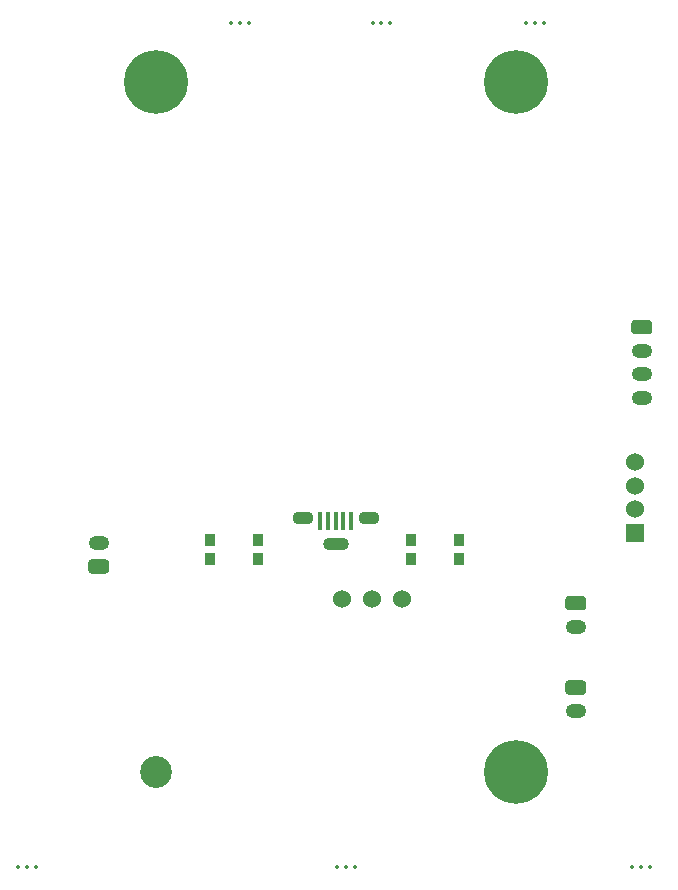
<source format=gbs>
%TF.GenerationSoftware,KiCad,Pcbnew,(5.1.8)-1*%
%TF.CreationDate,2021-01-16T15:44:13-05:00*%
%TF.ProjectId,uratt,75726174-742e-46b6-9963-61645f706362,rev?*%
%TF.SameCoordinates,Original*%
%TF.FileFunction,Soldermask,Bot*%
%TF.FilePolarity,Negative*%
%FSLAX46Y46*%
G04 Gerber Fmt 4.6, Leading zero omitted, Abs format (unit mm)*
G04 Created by KiCad (PCBNEW (5.1.8)-1) date 2021-01-16 15:44:13*
%MOMM*%
%LPD*%
G01*
G04 APERTURE LIST*
%ADD10C,0.350000*%
%ADD11C,5.400000*%
%ADD12C,3.100000*%
%ADD13C,1.524000*%
%ADD14R,1.524000X1.524000*%
%ADD15O,2.200000X1.100000*%
%ADD16O,1.800000X1.100000*%
%ADD17R,0.450000X1.500000*%
%ADD18C,2.700000*%
%ADD19O,1.750000X1.200000*%
%ADD20R,0.900000X1.000000*%
G04 APERTURE END LIST*
D10*
%TO.C,BK1*%
X48750000Y-22580001D03*
X47250000Y-22580001D03*
X48000000Y-22580001D03*
%TD*%
%TO.C,BK6*%
X81250000Y-94000000D03*
X82750000Y-94000000D03*
X82000000Y-94000000D03*
%TD*%
%TO.C,BK5*%
X56250000Y-94000000D03*
X57750000Y-94000000D03*
X57000000Y-94000000D03*
%TD*%
%TO.C,BK4*%
X29250000Y-94000000D03*
X30750000Y-94000000D03*
X30000000Y-94000000D03*
%TD*%
%TO.C,BK3*%
X60750000Y-22580001D03*
X59250000Y-22580001D03*
X60000000Y-22580001D03*
%TD*%
%TO.C,BK2*%
X73750000Y-22580001D03*
X72250000Y-22580001D03*
X73000000Y-22580001D03*
%TD*%
D11*
%TO.C,H4*%
X71386000Y-86000001D03*
D12*
X71386000Y-86000001D03*
%TD*%
D11*
%TO.C,H2*%
X71386000Y-27580001D03*
D12*
X71386000Y-27580001D03*
%TD*%
D11*
%TO.C,H1*%
X40906000Y-27580001D03*
D12*
X40906000Y-27580001D03*
%TD*%
D13*
%TO.C,J5*%
X81500000Y-59750000D03*
X81500000Y-61750000D03*
X81500000Y-63750000D03*
D14*
X81500000Y-65750000D03*
%TD*%
D13*
%TO.C,SW3*%
X56642000Y-71374000D03*
X59182000Y-71374000D03*
X61722000Y-71374000D03*
%TD*%
D15*
%TO.C,J1*%
X56134000Y-66665001D03*
D16*
X53334000Y-64515001D03*
X58934000Y-64515001D03*
D17*
X57434000Y-64765001D03*
X54834000Y-64765001D03*
X56784000Y-64765001D03*
X55484000Y-64765001D03*
X56134000Y-64765001D03*
%TD*%
D18*
%TO.C,H3*%
X40905999Y-86000001D03*
%TD*%
D19*
%TO.C,J8*%
X36068000Y-66580000D03*
G36*
G01*
X36693001Y-69180000D02*
X35442999Y-69180000D01*
G75*
G02*
X35193000Y-68930001I0J249999D01*
G01*
X35193000Y-68229999D01*
G75*
G02*
X35442999Y-67980000I249999J0D01*
G01*
X36693001Y-67980000D01*
G75*
G02*
X36943000Y-68229999I0J-249999D01*
G01*
X36943000Y-68930001D01*
G75*
G02*
X36693001Y-69180000I-249999J0D01*
G01*
G37*
%TD*%
%TO.C,J7*%
X76454000Y-73686001D03*
G36*
G01*
X75828999Y-71086001D02*
X77079001Y-71086001D01*
G75*
G02*
X77329000Y-71336000I0J-249999D01*
G01*
X77329000Y-72036002D01*
G75*
G02*
X77079001Y-72286001I-249999J0D01*
G01*
X75828999Y-72286001D01*
G75*
G02*
X75579000Y-72036002I0J249999D01*
G01*
X75579000Y-71336000D01*
G75*
G02*
X75828999Y-71086001I249999J0D01*
G01*
G37*
%TD*%
%TO.C,J6*%
X76454000Y-80830001D03*
G36*
G01*
X75828999Y-78230001D02*
X77079001Y-78230001D01*
G75*
G02*
X77329000Y-78480000I0J-249999D01*
G01*
X77329000Y-79180002D01*
G75*
G02*
X77079001Y-79430001I-249999J0D01*
G01*
X75828999Y-79430001D01*
G75*
G02*
X75579000Y-79180002I0J249999D01*
G01*
X75579000Y-78480000D01*
G75*
G02*
X75828999Y-78230001I249999J0D01*
G01*
G37*
%TD*%
%TO.C,J4*%
X82042000Y-54318001D03*
X82042000Y-52318001D03*
X82042000Y-50318001D03*
G36*
G01*
X81416999Y-47718001D02*
X82667001Y-47718001D01*
G75*
G02*
X82917000Y-47968000I0J-249999D01*
G01*
X82917000Y-48668002D01*
G75*
G02*
X82667001Y-48918001I-249999J0D01*
G01*
X81416999Y-48918001D01*
G75*
G02*
X81167000Y-48668002I0J249999D01*
G01*
X81167000Y-47968000D01*
G75*
G02*
X81416999Y-47718001I249999J0D01*
G01*
G37*
%TD*%
D20*
%TO.C,SW2*%
X66566000Y-66314001D03*
X66566000Y-67914001D03*
X62466000Y-66314001D03*
X62466000Y-67914001D03*
%TD*%
%TO.C,SW1*%
X49548000Y-66314001D03*
X49548000Y-67914001D03*
X45448000Y-66314001D03*
X45448000Y-67914001D03*
%TD*%
M02*

</source>
